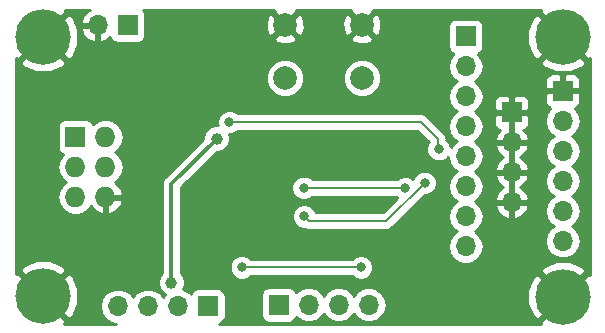
<source format=gbr>
G04 #@! TF.GenerationSoftware,KiCad,Pcbnew,5.0.2-bee76a0~70~ubuntu18.04.1*
G04 #@! TF.CreationDate,2019-01-23T20:48:10+01:00*
G04 #@! TF.ProjectId,Mighty841,4d696768-7479-4383-9431-2e6b69636164,1*
G04 #@! TF.SameCoordinates,Original*
G04 #@! TF.FileFunction,Copper,L2,Bot*
G04 #@! TF.FilePolarity,Positive*
%FSLAX46Y46*%
G04 Gerber Fmt 4.6, Leading zero omitted, Abs format (unit mm)*
G04 Created by KiCad (PCBNEW 5.0.2-bee76a0~70~ubuntu18.04.1) date mer. 23 janv. 2019 20:48:10 CET*
%MOMM*%
%LPD*%
G01*
G04 APERTURE LIST*
G04 #@! TA.AperFunction,ComponentPad*
%ADD10R,1.700000X1.700000*%
G04 #@! TD*
G04 #@! TA.AperFunction,ComponentPad*
%ADD11O,1.700000X1.700000*%
G04 #@! TD*
G04 #@! TA.AperFunction,ComponentPad*
%ADD12C,4.700000*%
G04 #@! TD*
G04 #@! TA.AperFunction,ComponentPad*
%ADD13R,1.727200X1.727200*%
G04 #@! TD*
G04 #@! TA.AperFunction,ComponentPad*
%ADD14O,1.727200X1.727200*%
G04 #@! TD*
G04 #@! TA.AperFunction,ComponentPad*
%ADD15C,2.000000*%
G04 #@! TD*
G04 #@! TA.AperFunction,ViaPad*
%ADD16C,1.000000*%
G04 #@! TD*
G04 #@! TA.AperFunction,ViaPad*
%ADD17C,0.800000*%
G04 #@! TD*
G04 #@! TA.AperFunction,Conductor*
%ADD18C,0.350000*%
G04 #@! TD*
G04 #@! TA.AperFunction,Conductor*
%ADD19C,0.200000*%
G04 #@! TD*
G04 #@! TA.AperFunction,Conductor*
%ADD20C,0.254000*%
G04 #@! TD*
G04 APERTURE END LIST*
D10*
G04 #@! TO.P,+15V Max,1*
G04 #@! TO.N,+BATT*
X130160000Y-62032000D03*
D11*
G04 #@! TO.P,+15V Max,2*
G04 #@! TO.N,GND*
X127620000Y-62032000D03*
G04 #@! TD*
D10*
G04 #@! TO.P,GND,1*
G04 #@! TO.N,GND*
X162672000Y-69398000D03*
D11*
G04 #@! TO.P,GND,2*
X162672000Y-71938000D03*
G04 #@! TO.P,GND,3*
X162672000Y-74478000D03*
G04 #@! TO.P,GND,4*
X162672000Y-77018000D03*
G04 #@! TD*
G04 #@! TO.P,J6,4*
G04 #@! TO.N,+BATT*
X129347200Y-85806400D03*
G04 #@! TO.P,J6,3*
X131887200Y-85806400D03*
G04 #@! TO.P,J6,2*
G04 #@! TO.N,+3V3*
X134427200Y-85806400D03*
D10*
G04 #@! TO.P,J6,1*
X136967200Y-85806400D03*
G04 #@! TD*
G04 #@! TO.P,J5,1*
G04 #@! TO.N,PB0*
X142961600Y-85704800D03*
D11*
G04 #@! TO.P,J5,2*
G04 #@! TO.N,PB1*
X145501600Y-85704800D03*
G04 #@! TO.P,J5,3*
G04 #@! TO.N,PB3*
X148041600Y-85704800D03*
G04 #@! TO.P,J5,4*
G04 #@! TO.N,PB2*
X150581600Y-85704800D03*
G04 #@! TD*
D10*
G04 #@! TO.P,FTDI,1*
G04 #@! TO.N,GND*
X167015400Y-67594600D03*
D11*
G04 #@! TO.P,FTDI,2*
G04 #@! TO.N,Net-(J3-Pad2)*
X167015400Y-70134600D03*
G04 #@! TO.P,FTDI,3*
G04 #@! TO.N,Net-(J3-Pad3)*
X167015400Y-72674600D03*
G04 #@! TO.P,FTDI,4*
G04 #@! TO.N,PA2*
X167015400Y-75214600D03*
G04 #@! TO.P,FTDI,5*
G04 #@! TO.N,PA1*
X167015400Y-77754600D03*
G04 #@! TO.P,FTDI,6*
G04 #@! TO.N,Net-(J3-Pad6)*
X167015400Y-80294600D03*
G04 #@! TD*
D10*
G04 #@! TO.P,GND,1*
G04 #@! TO.N,PA0*
X158785800Y-62971800D03*
D11*
G04 #@! TO.P,GND,2*
G04 #@! TO.N,PA1*
X158785800Y-65511800D03*
G04 #@! TO.P,GND,3*
G04 #@! TO.N,PA2*
X158785800Y-68051800D03*
G04 #@! TO.P,GND,4*
G04 #@! TO.N,PA3*
X158785800Y-70591800D03*
G04 #@! TO.P,GND,5*
G04 #@! TO.N,PA4*
X158785800Y-73131800D03*
G04 #@! TO.P,GND,6*
G04 #@! TO.N,PA5*
X158785800Y-75671800D03*
G04 #@! TO.P,GND,7*
G04 #@! TO.N,PA6*
X158785800Y-78211800D03*
G04 #@! TO.P,GND,8*
G04 #@! TO.N,PA7*
X158785800Y-80751800D03*
G04 #@! TD*
D12*
G04 #@! TO.P,H1,1*
G04 #@! TO.N,GND*
X167000000Y-63000000D03*
G04 #@! TD*
G04 #@! TO.P,H2,1*
G04 #@! TO.N,GND*
X167000000Y-85000000D03*
G04 #@! TD*
G04 #@! TO.P,H3,1*
G04 #@! TO.N,GND*
X123000000Y-63000000D03*
G04 #@! TD*
G04 #@! TO.P,H4,1*
G04 #@! TO.N,GND*
X123000000Y-84932000D03*
G04 #@! TD*
D13*
G04 #@! TO.P,AVR ISP,1*
G04 #@! TO.N,PA5*
X125752600Y-71495400D03*
D14*
G04 #@! TO.P,AVR ISP,2*
G04 #@! TO.N,+3V3*
X128292600Y-71495400D03*
G04 #@! TO.P,AVR ISP,3*
G04 #@! TO.N,PA4*
X125752600Y-74035400D03*
G04 #@! TO.P,AVR ISP,4*
G04 #@! TO.N,PA6*
X128292600Y-74035400D03*
G04 #@! TO.P,AVR ISP,5*
G04 #@! TO.N,PB3*
X125752600Y-76575400D03*
G04 #@! TO.P,AVR ISP,6*
G04 #@! TO.N,GND*
X128292600Y-76575400D03*
G04 #@! TD*
D15*
G04 #@! TO.P,Reset,2*
G04 #@! TO.N,PB3*
X143500000Y-66500000D03*
G04 #@! TO.P,Reset,1*
G04 #@! TO.N,GND*
X143500000Y-62000000D03*
G04 #@! TO.P,Reset,2*
G04 #@! TO.N,PB3*
X150000000Y-66500000D03*
G04 #@! TO.P,Reset,1*
G04 #@! TO.N,GND*
X150000000Y-62000000D03*
G04 #@! TD*
D16*
G04 #@! TO.N,GND*
X137653000Y-79100800D03*
X137627600Y-76586200D03*
D17*
G04 #@! TO.N,PA5*
X138791599Y-70231799D03*
X156499800Y-72522200D03*
G04 #@! TO.N,PA4*
X145097390Y-78213990D03*
X155306000Y-75367000D03*
G04 #@! TO.N,PA6*
X145069800Y-75798800D03*
X153680400Y-75824200D03*
G04 #@! TO.N,PB3*
X139837400Y-82529800D03*
X149921200Y-82529800D03*
D16*
G04 #@! TO.N,+BATT*
X133868400Y-83825200D03*
X137703800Y-71633200D03*
G04 #@! TD*
D18*
G04 #@! TO.N,GND*
X137653000Y-78393694D02*
X137627600Y-78368294D01*
X137653000Y-79100800D02*
X137653000Y-78393694D01*
X137627600Y-78368294D02*
X137627600Y-76586200D01*
D19*
G04 #@! TO.N,PA5*
X138791599Y-70231799D02*
X154996799Y-70231799D01*
X154996799Y-70231799D02*
X156423600Y-71658600D01*
X156423600Y-71658600D02*
X156423600Y-72420600D01*
X156423600Y-72420600D02*
X156423600Y-72446000D01*
X156423600Y-72446000D02*
X156499800Y-72522200D01*
G04 #@! TO.N,PA4*
X145497389Y-78613989D02*
X152059011Y-78613989D01*
X145097390Y-78213990D02*
X145497389Y-78613989D01*
X152059011Y-78613989D02*
X155306000Y-75367000D01*
G04 #@! TO.N,PA6*
X145635485Y-75798800D02*
X145660885Y-75824200D01*
X145069800Y-75798800D02*
X145635485Y-75798800D01*
X145660885Y-75824200D02*
X153680400Y-75824200D01*
G04 #@! TO.N,PB3*
X139837400Y-82529800D02*
X149921200Y-82529800D01*
D18*
G04 #@! TO.N,+BATT*
X133868400Y-83825200D02*
X133868400Y-75468600D01*
X133868400Y-75468600D02*
X137703800Y-71633200D01*
G04 #@! TD*
D20*
G04 #@! TO.N,GND*
G36*
X126853076Y-60760355D02*
X126424817Y-61150642D01*
X126178514Y-61675108D01*
X126299181Y-61905000D01*
X127493000Y-61905000D01*
X127493000Y-61885000D01*
X127747000Y-61885000D01*
X127747000Y-61905000D01*
X127767000Y-61905000D01*
X127767000Y-62159000D01*
X127747000Y-62159000D01*
X127747000Y-63352155D01*
X127976890Y-63473476D01*
X128386924Y-63303645D01*
X128691261Y-63026292D01*
X128711843Y-63129765D01*
X128852191Y-63339809D01*
X129062235Y-63480157D01*
X129310000Y-63529440D01*
X131010000Y-63529440D01*
X131257765Y-63480157D01*
X131467809Y-63339809D01*
X131592944Y-63152532D01*
X142527073Y-63152532D01*
X142625736Y-63419387D01*
X143235461Y-63645908D01*
X143885460Y-63621856D01*
X144374264Y-63419387D01*
X144472927Y-63152532D01*
X149027073Y-63152532D01*
X149125736Y-63419387D01*
X149735461Y-63645908D01*
X150385460Y-63621856D01*
X150874264Y-63419387D01*
X150972927Y-63152532D01*
X150000000Y-62179605D01*
X149027073Y-63152532D01*
X144472927Y-63152532D01*
X143500000Y-62179605D01*
X142527073Y-63152532D01*
X131592944Y-63152532D01*
X131608157Y-63129765D01*
X131657440Y-62882000D01*
X131657440Y-61735461D01*
X141854092Y-61735461D01*
X141878144Y-62385460D01*
X142080613Y-62874264D01*
X142347468Y-62972927D01*
X143320395Y-62000000D01*
X143679605Y-62000000D01*
X144652532Y-62972927D01*
X144919387Y-62874264D01*
X145145908Y-62264539D01*
X145126331Y-61735461D01*
X148354092Y-61735461D01*
X148378144Y-62385460D01*
X148580613Y-62874264D01*
X148847468Y-62972927D01*
X149820395Y-62000000D01*
X150179605Y-62000000D01*
X151152532Y-62972927D01*
X151419387Y-62874264D01*
X151645908Y-62264539D01*
X151621856Y-61614540D01*
X151419387Y-61125736D01*
X151152532Y-61027073D01*
X150179605Y-62000000D01*
X149820395Y-62000000D01*
X148847468Y-61027073D01*
X148580613Y-61125736D01*
X148354092Y-61735461D01*
X145126331Y-61735461D01*
X145121856Y-61614540D01*
X144919387Y-61125736D01*
X144652532Y-61027073D01*
X143679605Y-62000000D01*
X143320395Y-62000000D01*
X142347468Y-61027073D01*
X142080613Y-61125736D01*
X141854092Y-61735461D01*
X131657440Y-61735461D01*
X131657440Y-61182000D01*
X131608157Y-60934235D01*
X131467809Y-60724191D01*
X131446571Y-60710000D01*
X142577898Y-60710000D01*
X142527073Y-60847468D01*
X143500000Y-61820395D01*
X144472927Y-60847468D01*
X144422102Y-60710000D01*
X149077898Y-60710000D01*
X149027073Y-60847468D01*
X150000000Y-61820395D01*
X150972927Y-60847468D01*
X150922102Y-60710000D01*
X165157030Y-60710000D01*
X165051968Y-60872363D01*
X167000000Y-62820395D01*
X167014143Y-62806253D01*
X167193748Y-62985858D01*
X167179605Y-63000000D01*
X169127637Y-64948032D01*
X169290000Y-64842970D01*
X169290001Y-83157031D01*
X169127637Y-83051968D01*
X167179605Y-85000000D01*
X167193748Y-85014143D01*
X167014143Y-85193748D01*
X167000000Y-85179605D01*
X165051968Y-87127637D01*
X165157030Y-87290000D01*
X137886779Y-87290000D01*
X138064965Y-87254557D01*
X138275009Y-87114209D01*
X138415357Y-86904165D01*
X138464640Y-86656400D01*
X138464640Y-84956400D01*
X138444431Y-84854800D01*
X141464160Y-84854800D01*
X141464160Y-86554800D01*
X141513443Y-86802565D01*
X141653791Y-87012609D01*
X141863835Y-87152957D01*
X142111600Y-87202240D01*
X143811600Y-87202240D01*
X144059365Y-87152957D01*
X144269409Y-87012609D01*
X144409757Y-86802565D01*
X144418784Y-86757181D01*
X144430975Y-86775425D01*
X144922182Y-87103639D01*
X145355344Y-87189800D01*
X145647856Y-87189800D01*
X146081018Y-87103639D01*
X146572225Y-86775425D01*
X146771600Y-86477039D01*
X146970975Y-86775425D01*
X147462182Y-87103639D01*
X147895344Y-87189800D01*
X148187856Y-87189800D01*
X148621018Y-87103639D01*
X149112225Y-86775425D01*
X149311600Y-86477039D01*
X149510975Y-86775425D01*
X150002182Y-87103639D01*
X150435344Y-87189800D01*
X150727856Y-87189800D01*
X151161018Y-87103639D01*
X151652225Y-86775425D01*
X151980439Y-86284218D01*
X152095692Y-85704800D01*
X151980439Y-85125382D01*
X151652225Y-84634175D01*
X151322148Y-84413624D01*
X164013542Y-84413624D01*
X164016476Y-85601127D01*
X164465269Y-86684609D01*
X164872363Y-86948032D01*
X166820395Y-85000000D01*
X164872363Y-83051968D01*
X164465269Y-83315391D01*
X164013542Y-84413624D01*
X151322148Y-84413624D01*
X151161018Y-84305961D01*
X150727856Y-84219800D01*
X150435344Y-84219800D01*
X150002182Y-84305961D01*
X149510975Y-84634175D01*
X149311600Y-84932561D01*
X149112225Y-84634175D01*
X148621018Y-84305961D01*
X148187856Y-84219800D01*
X147895344Y-84219800D01*
X147462182Y-84305961D01*
X146970975Y-84634175D01*
X146771600Y-84932561D01*
X146572225Y-84634175D01*
X146081018Y-84305961D01*
X145647856Y-84219800D01*
X145355344Y-84219800D01*
X144922182Y-84305961D01*
X144430975Y-84634175D01*
X144418784Y-84652419D01*
X144409757Y-84607035D01*
X144269409Y-84396991D01*
X144059365Y-84256643D01*
X143811600Y-84207360D01*
X142111600Y-84207360D01*
X141863835Y-84256643D01*
X141653791Y-84396991D01*
X141513443Y-84607035D01*
X141464160Y-84854800D01*
X138444431Y-84854800D01*
X138415357Y-84708635D01*
X138275009Y-84498591D01*
X138064965Y-84358243D01*
X137817200Y-84308960D01*
X136117200Y-84308960D01*
X135869435Y-84358243D01*
X135659391Y-84498591D01*
X135519043Y-84708635D01*
X135510016Y-84754019D01*
X135497825Y-84735775D01*
X135006618Y-84407561D01*
X134867182Y-84379826D01*
X135003400Y-84050966D01*
X135003400Y-83599434D01*
X134830607Y-83182274D01*
X134678400Y-83030067D01*
X134678400Y-82323926D01*
X138802400Y-82323926D01*
X138802400Y-82735674D01*
X138959969Y-83116080D01*
X139251120Y-83407231D01*
X139631526Y-83564800D01*
X140043274Y-83564800D01*
X140423680Y-83407231D01*
X140566111Y-83264800D01*
X149192489Y-83264800D01*
X149334920Y-83407231D01*
X149715326Y-83564800D01*
X150127074Y-83564800D01*
X150507480Y-83407231D01*
X150798631Y-83116080D01*
X150899581Y-82872363D01*
X165051968Y-82872363D01*
X167000000Y-84820395D01*
X168948032Y-82872363D01*
X168684609Y-82465269D01*
X167586376Y-82013542D01*
X166398873Y-82016476D01*
X165315391Y-82465269D01*
X165051968Y-82872363D01*
X150899581Y-82872363D01*
X150956200Y-82735674D01*
X150956200Y-82323926D01*
X150798631Y-81943520D01*
X150507480Y-81652369D01*
X150127074Y-81494800D01*
X149715326Y-81494800D01*
X149334920Y-81652369D01*
X149192489Y-81794800D01*
X140566111Y-81794800D01*
X140423680Y-81652369D01*
X140043274Y-81494800D01*
X139631526Y-81494800D01*
X139251120Y-81652369D01*
X138959969Y-81943520D01*
X138802400Y-82323926D01*
X134678400Y-82323926D01*
X134678400Y-75804112D01*
X134889586Y-75592926D01*
X144034800Y-75592926D01*
X144034800Y-76004674D01*
X144192369Y-76385080D01*
X144483520Y-76676231D01*
X144863926Y-76833800D01*
X145275674Y-76833800D01*
X145656080Y-76676231D01*
X145773111Y-76559200D01*
X152951689Y-76559200D01*
X153013021Y-76620532D01*
X151754565Y-77878989D01*
X146078904Y-77878989D01*
X145974821Y-77627710D01*
X145683670Y-77336559D01*
X145303264Y-77178990D01*
X144891516Y-77178990D01*
X144511110Y-77336559D01*
X144219959Y-77627710D01*
X144062390Y-78008116D01*
X144062390Y-78419864D01*
X144219959Y-78800270D01*
X144511110Y-79091421D01*
X144891516Y-79248990D01*
X145124771Y-79248990D01*
X145210606Y-79306343D01*
X145425001Y-79348989D01*
X145425004Y-79348989D01*
X145497388Y-79363387D01*
X145569772Y-79348989D01*
X151986627Y-79348989D01*
X152059011Y-79363387D01*
X152131395Y-79348989D01*
X152131399Y-79348989D01*
X152345794Y-79306343D01*
X152588916Y-79143894D01*
X152629922Y-79082524D01*
X155310447Y-76402000D01*
X155511874Y-76402000D01*
X155892280Y-76244431D01*
X156183431Y-75953280D01*
X156341000Y-75572874D01*
X156341000Y-75161126D01*
X156183431Y-74780720D01*
X155892280Y-74489569D01*
X155511874Y-74332000D01*
X155100126Y-74332000D01*
X154719720Y-74489569D01*
X154428569Y-74780720D01*
X154332518Y-75012607D01*
X154266680Y-74946769D01*
X153886274Y-74789200D01*
X153474526Y-74789200D01*
X153094120Y-74946769D01*
X152951689Y-75089200D01*
X145835567Y-75089200D01*
X145821017Y-75086306D01*
X145656080Y-74921369D01*
X145275674Y-74763800D01*
X144863926Y-74763800D01*
X144483520Y-74921369D01*
X144192369Y-75212520D01*
X144034800Y-75592926D01*
X134889586Y-75592926D01*
X137714313Y-72768200D01*
X137929566Y-72768200D01*
X138346726Y-72595407D01*
X138666007Y-72276126D01*
X138838800Y-71858966D01*
X138838800Y-71407434D01*
X138780547Y-71266799D01*
X138997473Y-71266799D01*
X139377879Y-71109230D01*
X139520310Y-70966799D01*
X154692353Y-70966799D01*
X155641921Y-71916368D01*
X155622369Y-71935920D01*
X155464800Y-72316326D01*
X155464800Y-72728074D01*
X155622369Y-73108480D01*
X155913520Y-73399631D01*
X156293926Y-73557200D01*
X156705674Y-73557200D01*
X157086080Y-73399631D01*
X157285346Y-73200365D01*
X157386961Y-73711218D01*
X157715175Y-74202425D01*
X158013561Y-74401800D01*
X157715175Y-74601175D01*
X157386961Y-75092382D01*
X157271708Y-75671800D01*
X157386961Y-76251218D01*
X157715175Y-76742425D01*
X158013561Y-76941800D01*
X157715175Y-77141175D01*
X157386961Y-77632382D01*
X157271708Y-78211800D01*
X157386961Y-78791218D01*
X157715175Y-79282425D01*
X158013561Y-79481800D01*
X157715175Y-79681175D01*
X157386961Y-80172382D01*
X157271708Y-80751800D01*
X157386961Y-81331218D01*
X157715175Y-81822425D01*
X158206382Y-82150639D01*
X158639544Y-82236800D01*
X158932056Y-82236800D01*
X159365218Y-82150639D01*
X159856425Y-81822425D01*
X160184639Y-81331218D01*
X160299892Y-80751800D01*
X160184639Y-80172382D01*
X159856425Y-79681175D01*
X159558039Y-79481800D01*
X159856425Y-79282425D01*
X160184639Y-78791218D01*
X160299892Y-78211800D01*
X160184639Y-77632382D01*
X160012589Y-77374890D01*
X161230524Y-77374890D01*
X161400355Y-77784924D01*
X161790642Y-78213183D01*
X162315108Y-78459486D01*
X162545000Y-78338819D01*
X162545000Y-77145000D01*
X162799000Y-77145000D01*
X162799000Y-78338819D01*
X163028892Y-78459486D01*
X163553358Y-78213183D01*
X163943645Y-77784924D01*
X164113476Y-77374890D01*
X163992155Y-77145000D01*
X162799000Y-77145000D01*
X162545000Y-77145000D01*
X161351845Y-77145000D01*
X161230524Y-77374890D01*
X160012589Y-77374890D01*
X159856425Y-77141175D01*
X159558039Y-76941800D01*
X159856425Y-76742425D01*
X160184639Y-76251218D01*
X160299892Y-75671800D01*
X160184639Y-75092382D01*
X160012589Y-74834890D01*
X161230524Y-74834890D01*
X161400355Y-75244924D01*
X161790642Y-75673183D01*
X161949954Y-75748000D01*
X161790642Y-75822817D01*
X161400355Y-76251076D01*
X161230524Y-76661110D01*
X161351845Y-76891000D01*
X162545000Y-76891000D01*
X162545000Y-74605000D01*
X162799000Y-74605000D01*
X162799000Y-76891000D01*
X163992155Y-76891000D01*
X164113476Y-76661110D01*
X163943645Y-76251076D01*
X163553358Y-75822817D01*
X163394046Y-75748000D01*
X163553358Y-75673183D01*
X163943645Y-75244924D01*
X164113476Y-74834890D01*
X163992155Y-74605000D01*
X162799000Y-74605000D01*
X162545000Y-74605000D01*
X161351845Y-74605000D01*
X161230524Y-74834890D01*
X160012589Y-74834890D01*
X159856425Y-74601175D01*
X159558039Y-74401800D01*
X159856425Y-74202425D01*
X160184639Y-73711218D01*
X160299892Y-73131800D01*
X160184639Y-72552382D01*
X160012589Y-72294890D01*
X161230524Y-72294890D01*
X161400355Y-72704924D01*
X161790642Y-73133183D01*
X161949954Y-73208000D01*
X161790642Y-73282817D01*
X161400355Y-73711076D01*
X161230524Y-74121110D01*
X161351845Y-74351000D01*
X162545000Y-74351000D01*
X162545000Y-72065000D01*
X162799000Y-72065000D01*
X162799000Y-74351000D01*
X163992155Y-74351000D01*
X164113476Y-74121110D01*
X163943645Y-73711076D01*
X163553358Y-73282817D01*
X163394046Y-73208000D01*
X163553358Y-73133183D01*
X163943645Y-72704924D01*
X164113476Y-72294890D01*
X163992155Y-72065000D01*
X162799000Y-72065000D01*
X162545000Y-72065000D01*
X161351845Y-72065000D01*
X161230524Y-72294890D01*
X160012589Y-72294890D01*
X159856425Y-72061175D01*
X159558039Y-71861800D01*
X159856425Y-71662425D01*
X160184639Y-71171218D01*
X160299892Y-70591800D01*
X160184639Y-70012382D01*
X159965055Y-69683750D01*
X161187000Y-69683750D01*
X161187000Y-70374310D01*
X161283673Y-70607699D01*
X161462302Y-70786327D01*
X161671878Y-70873136D01*
X161400355Y-71171076D01*
X161230524Y-71581110D01*
X161351845Y-71811000D01*
X162545000Y-71811000D01*
X162545000Y-69525000D01*
X162799000Y-69525000D01*
X162799000Y-71811000D01*
X163992155Y-71811000D01*
X164113476Y-71581110D01*
X163943645Y-71171076D01*
X163672122Y-70873136D01*
X163881698Y-70786327D01*
X164060327Y-70607699D01*
X164157000Y-70374310D01*
X164157000Y-70134600D01*
X165501308Y-70134600D01*
X165616561Y-70714018D01*
X165944775Y-71205225D01*
X166243161Y-71404600D01*
X165944775Y-71603975D01*
X165616561Y-72095182D01*
X165501308Y-72674600D01*
X165616561Y-73254018D01*
X165944775Y-73745225D01*
X166243161Y-73944600D01*
X165944775Y-74143975D01*
X165616561Y-74635182D01*
X165501308Y-75214600D01*
X165616561Y-75794018D01*
X165944775Y-76285225D01*
X166243161Y-76484600D01*
X165944775Y-76683975D01*
X165616561Y-77175182D01*
X165501308Y-77754600D01*
X165616561Y-78334018D01*
X165944775Y-78825225D01*
X166243161Y-79024600D01*
X165944775Y-79223975D01*
X165616561Y-79715182D01*
X165501308Y-80294600D01*
X165616561Y-80874018D01*
X165944775Y-81365225D01*
X166435982Y-81693439D01*
X166869144Y-81779600D01*
X167161656Y-81779600D01*
X167594818Y-81693439D01*
X168086025Y-81365225D01*
X168414239Y-80874018D01*
X168529492Y-80294600D01*
X168414239Y-79715182D01*
X168086025Y-79223975D01*
X167787639Y-79024600D01*
X168086025Y-78825225D01*
X168414239Y-78334018D01*
X168529492Y-77754600D01*
X168414239Y-77175182D01*
X168086025Y-76683975D01*
X167787639Y-76484600D01*
X168086025Y-76285225D01*
X168414239Y-75794018D01*
X168529492Y-75214600D01*
X168414239Y-74635182D01*
X168086025Y-74143975D01*
X167787639Y-73944600D01*
X168086025Y-73745225D01*
X168414239Y-73254018D01*
X168529492Y-72674600D01*
X168414239Y-72095182D01*
X168086025Y-71603975D01*
X167787639Y-71404600D01*
X168086025Y-71205225D01*
X168414239Y-70714018D01*
X168529492Y-70134600D01*
X168414239Y-69555182D01*
X168086025Y-69063975D01*
X168064367Y-69049504D01*
X168225098Y-68982927D01*
X168403727Y-68804299D01*
X168500400Y-68570910D01*
X168500400Y-67880350D01*
X168341650Y-67721600D01*
X167142400Y-67721600D01*
X167142400Y-67741600D01*
X166888400Y-67741600D01*
X166888400Y-67721600D01*
X165689150Y-67721600D01*
X165530400Y-67880350D01*
X165530400Y-68570910D01*
X165627073Y-68804299D01*
X165805702Y-68982927D01*
X165966433Y-69049504D01*
X165944775Y-69063975D01*
X165616561Y-69555182D01*
X165501308Y-70134600D01*
X164157000Y-70134600D01*
X164157000Y-69683750D01*
X163998250Y-69525000D01*
X162799000Y-69525000D01*
X162545000Y-69525000D01*
X161345750Y-69525000D01*
X161187000Y-69683750D01*
X159965055Y-69683750D01*
X159856425Y-69521175D01*
X159558039Y-69321800D01*
X159856425Y-69122425D01*
X160184639Y-68631218D01*
X160226316Y-68421690D01*
X161187000Y-68421690D01*
X161187000Y-69112250D01*
X161345750Y-69271000D01*
X162545000Y-69271000D01*
X162545000Y-68071750D01*
X162799000Y-68071750D01*
X162799000Y-69271000D01*
X163998250Y-69271000D01*
X164157000Y-69112250D01*
X164157000Y-68421690D01*
X164060327Y-68188301D01*
X163881698Y-68009673D01*
X163648309Y-67913000D01*
X162957750Y-67913000D01*
X162799000Y-68071750D01*
X162545000Y-68071750D01*
X162386250Y-67913000D01*
X161695691Y-67913000D01*
X161462302Y-68009673D01*
X161283673Y-68188301D01*
X161187000Y-68421690D01*
X160226316Y-68421690D01*
X160299892Y-68051800D01*
X160184639Y-67472382D01*
X159856425Y-66981175D01*
X159558039Y-66781800D01*
X159802749Y-66618290D01*
X165530400Y-66618290D01*
X165530400Y-67308850D01*
X165689150Y-67467600D01*
X166888400Y-67467600D01*
X166888400Y-66268350D01*
X167142400Y-66268350D01*
X167142400Y-67467600D01*
X168341650Y-67467600D01*
X168500400Y-67308850D01*
X168500400Y-66618290D01*
X168403727Y-66384901D01*
X168225098Y-66206273D01*
X167991709Y-66109600D01*
X167301150Y-66109600D01*
X167142400Y-66268350D01*
X166888400Y-66268350D01*
X166729650Y-66109600D01*
X166039091Y-66109600D01*
X165805702Y-66206273D01*
X165627073Y-66384901D01*
X165530400Y-66618290D01*
X159802749Y-66618290D01*
X159856425Y-66582425D01*
X160184639Y-66091218D01*
X160299892Y-65511800D01*
X160223478Y-65127637D01*
X165051968Y-65127637D01*
X165315391Y-65534731D01*
X166413624Y-65986458D01*
X167601127Y-65983524D01*
X168684609Y-65534731D01*
X168948032Y-65127637D01*
X167000000Y-63179605D01*
X165051968Y-65127637D01*
X160223478Y-65127637D01*
X160184639Y-64932382D01*
X159856425Y-64441175D01*
X159838181Y-64428984D01*
X159883565Y-64419957D01*
X160093609Y-64279609D01*
X160233957Y-64069565D01*
X160283240Y-63821800D01*
X160283240Y-62413624D01*
X164013542Y-62413624D01*
X164016476Y-63601127D01*
X164465269Y-64684609D01*
X164872363Y-64948032D01*
X166820395Y-63000000D01*
X164872363Y-61051968D01*
X164465269Y-61315391D01*
X164013542Y-62413624D01*
X160283240Y-62413624D01*
X160283240Y-62121800D01*
X160233957Y-61874035D01*
X160093609Y-61663991D01*
X159883565Y-61523643D01*
X159635800Y-61474360D01*
X157935800Y-61474360D01*
X157688035Y-61523643D01*
X157477991Y-61663991D01*
X157337643Y-61874035D01*
X157288360Y-62121800D01*
X157288360Y-63821800D01*
X157337643Y-64069565D01*
X157477991Y-64279609D01*
X157688035Y-64419957D01*
X157733419Y-64428984D01*
X157715175Y-64441175D01*
X157386961Y-64932382D01*
X157271708Y-65511800D01*
X157386961Y-66091218D01*
X157715175Y-66582425D01*
X158013561Y-66781800D01*
X157715175Y-66981175D01*
X157386961Y-67472382D01*
X157271708Y-68051800D01*
X157386961Y-68631218D01*
X157715175Y-69122425D01*
X158013561Y-69321800D01*
X157715175Y-69521175D01*
X157386961Y-70012382D01*
X157271708Y-70591800D01*
X157386961Y-71171218D01*
X157715175Y-71662425D01*
X158013561Y-71861800D01*
X157715175Y-72061175D01*
X157534800Y-72331125D01*
X157534800Y-72316326D01*
X157377231Y-71935920D01*
X157160872Y-71719561D01*
X157172998Y-71658599D01*
X157158600Y-71586213D01*
X157158600Y-71586212D01*
X157115954Y-71371817D01*
X156953505Y-71128695D01*
X156892138Y-71087691D01*
X155567710Y-69763264D01*
X155526704Y-69701894D01*
X155283582Y-69539445D01*
X155069187Y-69496799D01*
X155069183Y-69496799D01*
X154996799Y-69482401D01*
X154924415Y-69496799D01*
X139520310Y-69496799D01*
X139377879Y-69354368D01*
X138997473Y-69196799D01*
X138585725Y-69196799D01*
X138205319Y-69354368D01*
X137914168Y-69645519D01*
X137756599Y-70025925D01*
X137756599Y-70437673D01*
X137781670Y-70498200D01*
X137478034Y-70498200D01*
X137060874Y-70670993D01*
X136741593Y-70990274D01*
X136568800Y-71407434D01*
X136568800Y-71622687D01*
X133352054Y-74839434D01*
X133284424Y-74884623D01*
X133239235Y-74952253D01*
X133105398Y-75152554D01*
X133042532Y-75468600D01*
X133058401Y-75548378D01*
X133058400Y-83030067D01*
X132906193Y-83182274D01*
X132733400Y-83599434D01*
X132733400Y-84050966D01*
X132906193Y-84468126D01*
X133225474Y-84787407D01*
X133301135Y-84818747D01*
X133157200Y-85034161D01*
X132957825Y-84735775D01*
X132466618Y-84407561D01*
X132033456Y-84321400D01*
X131740944Y-84321400D01*
X131307782Y-84407561D01*
X130816575Y-84735775D01*
X130617200Y-85034161D01*
X130417825Y-84735775D01*
X129926618Y-84407561D01*
X129493456Y-84321400D01*
X129200944Y-84321400D01*
X128767782Y-84407561D01*
X128276575Y-84735775D01*
X127948361Y-85226982D01*
X127833108Y-85806400D01*
X127948361Y-86385818D01*
X128276575Y-86877025D01*
X128767782Y-87205239D01*
X129193906Y-87290000D01*
X124798968Y-87290000D01*
X124948032Y-87059637D01*
X123000000Y-85111605D01*
X122985858Y-85125748D01*
X122806253Y-84946143D01*
X122820395Y-84932000D01*
X123179605Y-84932000D01*
X125127637Y-86880032D01*
X125534731Y-86616609D01*
X125986458Y-85518376D01*
X125983524Y-84330873D01*
X125534731Y-83247391D01*
X125127637Y-82983968D01*
X123179605Y-84932000D01*
X122820395Y-84932000D01*
X120872363Y-82983968D01*
X120710000Y-83089030D01*
X120710000Y-82804363D01*
X121051968Y-82804363D01*
X123000000Y-84752395D01*
X124948032Y-82804363D01*
X124684609Y-82397269D01*
X123586376Y-81945542D01*
X122398873Y-81948476D01*
X121315391Y-82397269D01*
X121051968Y-82804363D01*
X120710000Y-82804363D01*
X120710000Y-74035400D01*
X124224641Y-74035400D01*
X124340950Y-74620125D01*
X124672170Y-75115830D01*
X124955881Y-75305400D01*
X124672170Y-75494970D01*
X124340950Y-75990675D01*
X124224641Y-76575400D01*
X124340950Y-77160125D01*
X124672170Y-77655830D01*
X125167875Y-77987050D01*
X125605002Y-78074000D01*
X125900198Y-78074000D01*
X126337325Y-77987050D01*
X126833030Y-77655830D01*
X127025637Y-77367574D01*
X127404110Y-77782221D01*
X127933573Y-78030368D01*
X128165600Y-77909869D01*
X128165600Y-76702400D01*
X128419600Y-76702400D01*
X128419600Y-77909869D01*
X128651627Y-78030368D01*
X129181090Y-77782221D01*
X129575288Y-77350347D01*
X129747558Y-76934426D01*
X129626417Y-76702400D01*
X128419600Y-76702400D01*
X128165600Y-76702400D01*
X128145600Y-76702400D01*
X128145600Y-76448400D01*
X128165600Y-76448400D01*
X128165600Y-76428400D01*
X128419600Y-76428400D01*
X128419600Y-76448400D01*
X129626417Y-76448400D01*
X129747558Y-76216374D01*
X129575288Y-75800453D01*
X129181090Y-75368579D01*
X129071579Y-75317254D01*
X129373030Y-75115830D01*
X129704250Y-74620125D01*
X129820559Y-74035400D01*
X129704250Y-73450675D01*
X129373030Y-72954970D01*
X129089319Y-72765400D01*
X129373030Y-72575830D01*
X129704250Y-72080125D01*
X129820559Y-71495400D01*
X129704250Y-70910675D01*
X129373030Y-70414970D01*
X128877325Y-70083750D01*
X128440198Y-69996800D01*
X128145002Y-69996800D01*
X127707875Y-70083750D01*
X127219532Y-70410051D01*
X127214357Y-70384035D01*
X127074009Y-70173991D01*
X126863965Y-70033643D01*
X126616200Y-69984360D01*
X124889000Y-69984360D01*
X124641235Y-70033643D01*
X124431191Y-70173991D01*
X124290843Y-70384035D01*
X124241560Y-70631800D01*
X124241560Y-72359000D01*
X124290843Y-72606765D01*
X124431191Y-72816809D01*
X124641235Y-72957157D01*
X124667251Y-72962332D01*
X124340950Y-73450675D01*
X124224641Y-74035400D01*
X120710000Y-74035400D01*
X120710000Y-66174778D01*
X141865000Y-66174778D01*
X141865000Y-66825222D01*
X142113914Y-67426153D01*
X142573847Y-67886086D01*
X143174778Y-68135000D01*
X143825222Y-68135000D01*
X144426153Y-67886086D01*
X144886086Y-67426153D01*
X145135000Y-66825222D01*
X145135000Y-66174778D01*
X148365000Y-66174778D01*
X148365000Y-66825222D01*
X148613914Y-67426153D01*
X149073847Y-67886086D01*
X149674778Y-68135000D01*
X150325222Y-68135000D01*
X150926153Y-67886086D01*
X151386086Y-67426153D01*
X151635000Y-66825222D01*
X151635000Y-66174778D01*
X151386086Y-65573847D01*
X150926153Y-65113914D01*
X150325222Y-64865000D01*
X149674778Y-64865000D01*
X149073847Y-65113914D01*
X148613914Y-65573847D01*
X148365000Y-66174778D01*
X145135000Y-66174778D01*
X144886086Y-65573847D01*
X144426153Y-65113914D01*
X143825222Y-64865000D01*
X143174778Y-64865000D01*
X142573847Y-65113914D01*
X142113914Y-65573847D01*
X141865000Y-66174778D01*
X120710000Y-66174778D01*
X120710000Y-65127637D01*
X121051968Y-65127637D01*
X121315391Y-65534731D01*
X122413624Y-65986458D01*
X123601127Y-65983524D01*
X124684609Y-65534731D01*
X124948032Y-65127637D01*
X123000000Y-63179605D01*
X121051968Y-65127637D01*
X120710000Y-65127637D01*
X120710000Y-64842970D01*
X120872363Y-64948032D01*
X122820395Y-63000000D01*
X123179605Y-63000000D01*
X125127637Y-64948032D01*
X125534731Y-64684609D01*
X125986458Y-63586376D01*
X125983524Y-62398873D01*
X125979390Y-62388892D01*
X126178514Y-62388892D01*
X126424817Y-62913358D01*
X126853076Y-63303645D01*
X127263110Y-63473476D01*
X127493000Y-63352155D01*
X127493000Y-62159000D01*
X126299181Y-62159000D01*
X126178514Y-62388892D01*
X125979390Y-62388892D01*
X125534731Y-61315391D01*
X125127637Y-61051968D01*
X123179605Y-63000000D01*
X122820395Y-63000000D01*
X122806253Y-62985858D01*
X122985858Y-62806253D01*
X123000000Y-62820395D01*
X124948032Y-60872363D01*
X124842970Y-60710000D01*
X126974651Y-60710000D01*
X126853076Y-60760355D01*
X126853076Y-60760355D01*
G37*
X126853076Y-60760355D02*
X126424817Y-61150642D01*
X126178514Y-61675108D01*
X126299181Y-61905000D01*
X127493000Y-61905000D01*
X127493000Y-61885000D01*
X127747000Y-61885000D01*
X127747000Y-61905000D01*
X127767000Y-61905000D01*
X127767000Y-62159000D01*
X127747000Y-62159000D01*
X127747000Y-63352155D01*
X127976890Y-63473476D01*
X128386924Y-63303645D01*
X128691261Y-63026292D01*
X128711843Y-63129765D01*
X128852191Y-63339809D01*
X129062235Y-63480157D01*
X129310000Y-63529440D01*
X131010000Y-63529440D01*
X131257765Y-63480157D01*
X131467809Y-63339809D01*
X131592944Y-63152532D01*
X142527073Y-63152532D01*
X142625736Y-63419387D01*
X143235461Y-63645908D01*
X143885460Y-63621856D01*
X144374264Y-63419387D01*
X144472927Y-63152532D01*
X149027073Y-63152532D01*
X149125736Y-63419387D01*
X149735461Y-63645908D01*
X150385460Y-63621856D01*
X150874264Y-63419387D01*
X150972927Y-63152532D01*
X150000000Y-62179605D01*
X149027073Y-63152532D01*
X144472927Y-63152532D01*
X143500000Y-62179605D01*
X142527073Y-63152532D01*
X131592944Y-63152532D01*
X131608157Y-63129765D01*
X131657440Y-62882000D01*
X131657440Y-61735461D01*
X141854092Y-61735461D01*
X141878144Y-62385460D01*
X142080613Y-62874264D01*
X142347468Y-62972927D01*
X143320395Y-62000000D01*
X143679605Y-62000000D01*
X144652532Y-62972927D01*
X144919387Y-62874264D01*
X145145908Y-62264539D01*
X145126331Y-61735461D01*
X148354092Y-61735461D01*
X148378144Y-62385460D01*
X148580613Y-62874264D01*
X148847468Y-62972927D01*
X149820395Y-62000000D01*
X150179605Y-62000000D01*
X151152532Y-62972927D01*
X151419387Y-62874264D01*
X151645908Y-62264539D01*
X151621856Y-61614540D01*
X151419387Y-61125736D01*
X151152532Y-61027073D01*
X150179605Y-62000000D01*
X149820395Y-62000000D01*
X148847468Y-61027073D01*
X148580613Y-61125736D01*
X148354092Y-61735461D01*
X145126331Y-61735461D01*
X145121856Y-61614540D01*
X144919387Y-61125736D01*
X144652532Y-61027073D01*
X143679605Y-62000000D01*
X143320395Y-62000000D01*
X142347468Y-61027073D01*
X142080613Y-61125736D01*
X141854092Y-61735461D01*
X131657440Y-61735461D01*
X131657440Y-61182000D01*
X131608157Y-60934235D01*
X131467809Y-60724191D01*
X131446571Y-60710000D01*
X142577898Y-60710000D01*
X142527073Y-60847468D01*
X143500000Y-61820395D01*
X144472927Y-60847468D01*
X144422102Y-60710000D01*
X149077898Y-60710000D01*
X149027073Y-60847468D01*
X150000000Y-61820395D01*
X150972927Y-60847468D01*
X150922102Y-60710000D01*
X165157030Y-60710000D01*
X165051968Y-60872363D01*
X167000000Y-62820395D01*
X167014143Y-62806253D01*
X167193748Y-62985858D01*
X167179605Y-63000000D01*
X169127637Y-64948032D01*
X169290000Y-64842970D01*
X169290001Y-83157031D01*
X169127637Y-83051968D01*
X167179605Y-85000000D01*
X167193748Y-85014143D01*
X167014143Y-85193748D01*
X167000000Y-85179605D01*
X165051968Y-87127637D01*
X165157030Y-87290000D01*
X137886779Y-87290000D01*
X138064965Y-87254557D01*
X138275009Y-87114209D01*
X138415357Y-86904165D01*
X138464640Y-86656400D01*
X138464640Y-84956400D01*
X138444431Y-84854800D01*
X141464160Y-84854800D01*
X141464160Y-86554800D01*
X141513443Y-86802565D01*
X141653791Y-87012609D01*
X141863835Y-87152957D01*
X142111600Y-87202240D01*
X143811600Y-87202240D01*
X144059365Y-87152957D01*
X144269409Y-87012609D01*
X144409757Y-86802565D01*
X144418784Y-86757181D01*
X144430975Y-86775425D01*
X144922182Y-87103639D01*
X145355344Y-87189800D01*
X145647856Y-87189800D01*
X146081018Y-87103639D01*
X146572225Y-86775425D01*
X146771600Y-86477039D01*
X146970975Y-86775425D01*
X147462182Y-87103639D01*
X147895344Y-87189800D01*
X148187856Y-87189800D01*
X148621018Y-87103639D01*
X149112225Y-86775425D01*
X149311600Y-86477039D01*
X149510975Y-86775425D01*
X150002182Y-87103639D01*
X150435344Y-87189800D01*
X150727856Y-87189800D01*
X151161018Y-87103639D01*
X151652225Y-86775425D01*
X151980439Y-86284218D01*
X152095692Y-85704800D01*
X151980439Y-85125382D01*
X151652225Y-84634175D01*
X151322148Y-84413624D01*
X164013542Y-84413624D01*
X164016476Y-85601127D01*
X164465269Y-86684609D01*
X164872363Y-86948032D01*
X166820395Y-85000000D01*
X164872363Y-83051968D01*
X164465269Y-83315391D01*
X164013542Y-84413624D01*
X151322148Y-84413624D01*
X151161018Y-84305961D01*
X150727856Y-84219800D01*
X150435344Y-84219800D01*
X150002182Y-84305961D01*
X149510975Y-84634175D01*
X149311600Y-84932561D01*
X149112225Y-84634175D01*
X148621018Y-84305961D01*
X148187856Y-84219800D01*
X147895344Y-84219800D01*
X147462182Y-84305961D01*
X146970975Y-84634175D01*
X146771600Y-84932561D01*
X146572225Y-84634175D01*
X146081018Y-84305961D01*
X145647856Y-84219800D01*
X145355344Y-84219800D01*
X144922182Y-84305961D01*
X144430975Y-84634175D01*
X144418784Y-84652419D01*
X144409757Y-84607035D01*
X144269409Y-84396991D01*
X144059365Y-84256643D01*
X143811600Y-84207360D01*
X142111600Y-84207360D01*
X141863835Y-84256643D01*
X141653791Y-84396991D01*
X141513443Y-84607035D01*
X141464160Y-84854800D01*
X138444431Y-84854800D01*
X138415357Y-84708635D01*
X138275009Y-84498591D01*
X138064965Y-84358243D01*
X137817200Y-84308960D01*
X136117200Y-84308960D01*
X135869435Y-84358243D01*
X135659391Y-84498591D01*
X135519043Y-84708635D01*
X135510016Y-84754019D01*
X135497825Y-84735775D01*
X135006618Y-84407561D01*
X134867182Y-84379826D01*
X135003400Y-84050966D01*
X135003400Y-83599434D01*
X134830607Y-83182274D01*
X134678400Y-83030067D01*
X134678400Y-82323926D01*
X138802400Y-82323926D01*
X138802400Y-82735674D01*
X138959969Y-83116080D01*
X139251120Y-83407231D01*
X139631526Y-83564800D01*
X140043274Y-83564800D01*
X140423680Y-83407231D01*
X140566111Y-83264800D01*
X149192489Y-83264800D01*
X149334920Y-83407231D01*
X149715326Y-83564800D01*
X150127074Y-83564800D01*
X150507480Y-83407231D01*
X150798631Y-83116080D01*
X150899581Y-82872363D01*
X165051968Y-82872363D01*
X167000000Y-84820395D01*
X168948032Y-82872363D01*
X168684609Y-82465269D01*
X167586376Y-82013542D01*
X166398873Y-82016476D01*
X165315391Y-82465269D01*
X165051968Y-82872363D01*
X150899581Y-82872363D01*
X150956200Y-82735674D01*
X150956200Y-82323926D01*
X150798631Y-81943520D01*
X150507480Y-81652369D01*
X150127074Y-81494800D01*
X149715326Y-81494800D01*
X149334920Y-81652369D01*
X149192489Y-81794800D01*
X140566111Y-81794800D01*
X140423680Y-81652369D01*
X140043274Y-81494800D01*
X139631526Y-81494800D01*
X139251120Y-81652369D01*
X138959969Y-81943520D01*
X138802400Y-82323926D01*
X134678400Y-82323926D01*
X134678400Y-75804112D01*
X134889586Y-75592926D01*
X144034800Y-75592926D01*
X144034800Y-76004674D01*
X144192369Y-76385080D01*
X144483520Y-76676231D01*
X144863926Y-76833800D01*
X145275674Y-76833800D01*
X145656080Y-76676231D01*
X145773111Y-76559200D01*
X152951689Y-76559200D01*
X153013021Y-76620532D01*
X151754565Y-77878989D01*
X146078904Y-77878989D01*
X145974821Y-77627710D01*
X145683670Y-77336559D01*
X145303264Y-77178990D01*
X144891516Y-77178990D01*
X144511110Y-77336559D01*
X144219959Y-77627710D01*
X144062390Y-78008116D01*
X144062390Y-78419864D01*
X144219959Y-78800270D01*
X144511110Y-79091421D01*
X144891516Y-79248990D01*
X145124771Y-79248990D01*
X145210606Y-79306343D01*
X145425001Y-79348989D01*
X145425004Y-79348989D01*
X145497388Y-79363387D01*
X145569772Y-79348989D01*
X151986627Y-79348989D01*
X152059011Y-79363387D01*
X152131395Y-79348989D01*
X152131399Y-79348989D01*
X152345794Y-79306343D01*
X152588916Y-79143894D01*
X152629922Y-79082524D01*
X155310447Y-76402000D01*
X155511874Y-76402000D01*
X155892280Y-76244431D01*
X156183431Y-75953280D01*
X156341000Y-75572874D01*
X156341000Y-75161126D01*
X156183431Y-74780720D01*
X155892280Y-74489569D01*
X155511874Y-74332000D01*
X155100126Y-74332000D01*
X154719720Y-74489569D01*
X154428569Y-74780720D01*
X154332518Y-75012607D01*
X154266680Y-74946769D01*
X153886274Y-74789200D01*
X153474526Y-74789200D01*
X153094120Y-74946769D01*
X152951689Y-75089200D01*
X145835567Y-75089200D01*
X145821017Y-75086306D01*
X145656080Y-74921369D01*
X145275674Y-74763800D01*
X144863926Y-74763800D01*
X144483520Y-74921369D01*
X144192369Y-75212520D01*
X144034800Y-75592926D01*
X134889586Y-75592926D01*
X137714313Y-72768200D01*
X137929566Y-72768200D01*
X138346726Y-72595407D01*
X138666007Y-72276126D01*
X138838800Y-71858966D01*
X138838800Y-71407434D01*
X138780547Y-71266799D01*
X138997473Y-71266799D01*
X139377879Y-71109230D01*
X139520310Y-70966799D01*
X154692353Y-70966799D01*
X155641921Y-71916368D01*
X155622369Y-71935920D01*
X155464800Y-72316326D01*
X155464800Y-72728074D01*
X155622369Y-73108480D01*
X155913520Y-73399631D01*
X156293926Y-73557200D01*
X156705674Y-73557200D01*
X157086080Y-73399631D01*
X157285346Y-73200365D01*
X157386961Y-73711218D01*
X157715175Y-74202425D01*
X158013561Y-74401800D01*
X157715175Y-74601175D01*
X157386961Y-75092382D01*
X157271708Y-75671800D01*
X157386961Y-76251218D01*
X157715175Y-76742425D01*
X158013561Y-76941800D01*
X157715175Y-77141175D01*
X157386961Y-77632382D01*
X157271708Y-78211800D01*
X157386961Y-78791218D01*
X157715175Y-79282425D01*
X158013561Y-79481800D01*
X157715175Y-79681175D01*
X157386961Y-80172382D01*
X157271708Y-80751800D01*
X157386961Y-81331218D01*
X157715175Y-81822425D01*
X158206382Y-82150639D01*
X158639544Y-82236800D01*
X158932056Y-82236800D01*
X159365218Y-82150639D01*
X159856425Y-81822425D01*
X160184639Y-81331218D01*
X160299892Y-80751800D01*
X160184639Y-80172382D01*
X159856425Y-79681175D01*
X159558039Y-79481800D01*
X159856425Y-79282425D01*
X160184639Y-78791218D01*
X160299892Y-78211800D01*
X160184639Y-77632382D01*
X160012589Y-77374890D01*
X161230524Y-77374890D01*
X161400355Y-77784924D01*
X161790642Y-78213183D01*
X162315108Y-78459486D01*
X162545000Y-78338819D01*
X162545000Y-77145000D01*
X162799000Y-77145000D01*
X162799000Y-78338819D01*
X163028892Y-78459486D01*
X163553358Y-78213183D01*
X163943645Y-77784924D01*
X164113476Y-77374890D01*
X163992155Y-77145000D01*
X162799000Y-77145000D01*
X162545000Y-77145000D01*
X161351845Y-77145000D01*
X161230524Y-77374890D01*
X160012589Y-77374890D01*
X159856425Y-77141175D01*
X159558039Y-76941800D01*
X159856425Y-76742425D01*
X160184639Y-76251218D01*
X160299892Y-75671800D01*
X160184639Y-75092382D01*
X160012589Y-74834890D01*
X161230524Y-74834890D01*
X161400355Y-75244924D01*
X161790642Y-75673183D01*
X161949954Y-75748000D01*
X161790642Y-75822817D01*
X161400355Y-76251076D01*
X161230524Y-76661110D01*
X161351845Y-76891000D01*
X162545000Y-76891000D01*
X162545000Y-74605000D01*
X162799000Y-74605000D01*
X162799000Y-76891000D01*
X163992155Y-76891000D01*
X164113476Y-76661110D01*
X163943645Y-76251076D01*
X163553358Y-75822817D01*
X163394046Y-75748000D01*
X163553358Y-75673183D01*
X163943645Y-75244924D01*
X164113476Y-74834890D01*
X163992155Y-74605000D01*
X162799000Y-74605000D01*
X162545000Y-74605000D01*
X161351845Y-74605000D01*
X161230524Y-74834890D01*
X160012589Y-74834890D01*
X159856425Y-74601175D01*
X159558039Y-74401800D01*
X159856425Y-74202425D01*
X160184639Y-73711218D01*
X160299892Y-73131800D01*
X160184639Y-72552382D01*
X160012589Y-72294890D01*
X161230524Y-72294890D01*
X161400355Y-72704924D01*
X161790642Y-73133183D01*
X161949954Y-73208000D01*
X161790642Y-73282817D01*
X161400355Y-73711076D01*
X161230524Y-74121110D01*
X161351845Y-74351000D01*
X162545000Y-74351000D01*
X162545000Y-72065000D01*
X162799000Y-72065000D01*
X162799000Y-74351000D01*
X163992155Y-74351000D01*
X164113476Y-74121110D01*
X163943645Y-73711076D01*
X163553358Y-73282817D01*
X163394046Y-73208000D01*
X163553358Y-73133183D01*
X163943645Y-72704924D01*
X164113476Y-72294890D01*
X163992155Y-72065000D01*
X162799000Y-72065000D01*
X162545000Y-72065000D01*
X161351845Y-72065000D01*
X161230524Y-72294890D01*
X160012589Y-72294890D01*
X159856425Y-72061175D01*
X159558039Y-71861800D01*
X159856425Y-71662425D01*
X160184639Y-71171218D01*
X160299892Y-70591800D01*
X160184639Y-70012382D01*
X159965055Y-69683750D01*
X161187000Y-69683750D01*
X161187000Y-70374310D01*
X161283673Y-70607699D01*
X161462302Y-70786327D01*
X161671878Y-70873136D01*
X161400355Y-71171076D01*
X161230524Y-71581110D01*
X161351845Y-71811000D01*
X162545000Y-71811000D01*
X162545000Y-69525000D01*
X162799000Y-69525000D01*
X162799000Y-71811000D01*
X163992155Y-71811000D01*
X164113476Y-71581110D01*
X163943645Y-71171076D01*
X163672122Y-70873136D01*
X163881698Y-70786327D01*
X164060327Y-70607699D01*
X164157000Y-70374310D01*
X164157000Y-70134600D01*
X165501308Y-70134600D01*
X165616561Y-70714018D01*
X165944775Y-71205225D01*
X166243161Y-71404600D01*
X165944775Y-71603975D01*
X165616561Y-72095182D01*
X165501308Y-72674600D01*
X165616561Y-73254018D01*
X165944775Y-73745225D01*
X166243161Y-73944600D01*
X165944775Y-74143975D01*
X165616561Y-74635182D01*
X165501308Y-75214600D01*
X165616561Y-75794018D01*
X165944775Y-76285225D01*
X166243161Y-76484600D01*
X165944775Y-76683975D01*
X165616561Y-77175182D01*
X165501308Y-77754600D01*
X165616561Y-78334018D01*
X165944775Y-78825225D01*
X166243161Y-79024600D01*
X165944775Y-79223975D01*
X165616561Y-79715182D01*
X165501308Y-80294600D01*
X165616561Y-80874018D01*
X165944775Y-81365225D01*
X166435982Y-81693439D01*
X166869144Y-81779600D01*
X167161656Y-81779600D01*
X167594818Y-81693439D01*
X168086025Y-81365225D01*
X168414239Y-80874018D01*
X168529492Y-80294600D01*
X168414239Y-79715182D01*
X168086025Y-79223975D01*
X167787639Y-79024600D01*
X168086025Y-78825225D01*
X168414239Y-78334018D01*
X168529492Y-77754600D01*
X168414239Y-77175182D01*
X168086025Y-76683975D01*
X167787639Y-76484600D01*
X168086025Y-76285225D01*
X168414239Y-75794018D01*
X168529492Y-75214600D01*
X168414239Y-74635182D01*
X168086025Y-74143975D01*
X167787639Y-73944600D01*
X168086025Y-73745225D01*
X168414239Y-73254018D01*
X168529492Y-72674600D01*
X168414239Y-72095182D01*
X168086025Y-71603975D01*
X167787639Y-71404600D01*
X168086025Y-71205225D01*
X168414239Y-70714018D01*
X168529492Y-70134600D01*
X168414239Y-69555182D01*
X168086025Y-69063975D01*
X168064367Y-69049504D01*
X168225098Y-68982927D01*
X168403727Y-68804299D01*
X168500400Y-68570910D01*
X168500400Y-67880350D01*
X168341650Y-67721600D01*
X167142400Y-67721600D01*
X167142400Y-67741600D01*
X166888400Y-67741600D01*
X166888400Y-67721600D01*
X165689150Y-67721600D01*
X165530400Y-67880350D01*
X165530400Y-68570910D01*
X165627073Y-68804299D01*
X165805702Y-68982927D01*
X165966433Y-69049504D01*
X165944775Y-69063975D01*
X165616561Y-69555182D01*
X165501308Y-70134600D01*
X164157000Y-70134600D01*
X164157000Y-69683750D01*
X163998250Y-69525000D01*
X162799000Y-69525000D01*
X162545000Y-69525000D01*
X161345750Y-69525000D01*
X161187000Y-69683750D01*
X159965055Y-69683750D01*
X159856425Y-69521175D01*
X159558039Y-69321800D01*
X159856425Y-69122425D01*
X160184639Y-68631218D01*
X160226316Y-68421690D01*
X161187000Y-68421690D01*
X161187000Y-69112250D01*
X161345750Y-69271000D01*
X162545000Y-69271000D01*
X162545000Y-68071750D01*
X162799000Y-68071750D01*
X162799000Y-69271000D01*
X163998250Y-69271000D01*
X164157000Y-69112250D01*
X164157000Y-68421690D01*
X164060327Y-68188301D01*
X163881698Y-68009673D01*
X163648309Y-67913000D01*
X162957750Y-67913000D01*
X162799000Y-68071750D01*
X162545000Y-68071750D01*
X162386250Y-67913000D01*
X161695691Y-67913000D01*
X161462302Y-68009673D01*
X161283673Y-68188301D01*
X161187000Y-68421690D01*
X160226316Y-68421690D01*
X160299892Y-68051800D01*
X160184639Y-67472382D01*
X159856425Y-66981175D01*
X159558039Y-66781800D01*
X159802749Y-66618290D01*
X165530400Y-66618290D01*
X165530400Y-67308850D01*
X165689150Y-67467600D01*
X166888400Y-67467600D01*
X166888400Y-66268350D01*
X167142400Y-66268350D01*
X167142400Y-67467600D01*
X168341650Y-67467600D01*
X168500400Y-67308850D01*
X168500400Y-66618290D01*
X168403727Y-66384901D01*
X168225098Y-66206273D01*
X167991709Y-66109600D01*
X167301150Y-66109600D01*
X167142400Y-66268350D01*
X166888400Y-66268350D01*
X166729650Y-66109600D01*
X166039091Y-66109600D01*
X165805702Y-66206273D01*
X165627073Y-66384901D01*
X165530400Y-66618290D01*
X159802749Y-66618290D01*
X159856425Y-66582425D01*
X160184639Y-66091218D01*
X160299892Y-65511800D01*
X160223478Y-65127637D01*
X165051968Y-65127637D01*
X165315391Y-65534731D01*
X166413624Y-65986458D01*
X167601127Y-65983524D01*
X168684609Y-65534731D01*
X168948032Y-65127637D01*
X167000000Y-63179605D01*
X165051968Y-65127637D01*
X160223478Y-65127637D01*
X160184639Y-64932382D01*
X159856425Y-64441175D01*
X159838181Y-64428984D01*
X159883565Y-64419957D01*
X160093609Y-64279609D01*
X160233957Y-64069565D01*
X160283240Y-63821800D01*
X160283240Y-62413624D01*
X164013542Y-62413624D01*
X164016476Y-63601127D01*
X164465269Y-64684609D01*
X164872363Y-64948032D01*
X166820395Y-63000000D01*
X164872363Y-61051968D01*
X164465269Y-61315391D01*
X164013542Y-62413624D01*
X160283240Y-62413624D01*
X160283240Y-62121800D01*
X160233957Y-61874035D01*
X160093609Y-61663991D01*
X159883565Y-61523643D01*
X159635800Y-61474360D01*
X157935800Y-61474360D01*
X157688035Y-61523643D01*
X157477991Y-61663991D01*
X157337643Y-61874035D01*
X157288360Y-62121800D01*
X157288360Y-63821800D01*
X157337643Y-64069565D01*
X157477991Y-64279609D01*
X157688035Y-64419957D01*
X157733419Y-64428984D01*
X157715175Y-64441175D01*
X157386961Y-64932382D01*
X157271708Y-65511800D01*
X157386961Y-66091218D01*
X157715175Y-66582425D01*
X158013561Y-66781800D01*
X157715175Y-66981175D01*
X157386961Y-67472382D01*
X157271708Y-68051800D01*
X157386961Y-68631218D01*
X157715175Y-69122425D01*
X158013561Y-69321800D01*
X157715175Y-69521175D01*
X157386961Y-70012382D01*
X157271708Y-70591800D01*
X157386961Y-71171218D01*
X157715175Y-71662425D01*
X158013561Y-71861800D01*
X157715175Y-72061175D01*
X157534800Y-72331125D01*
X157534800Y-72316326D01*
X157377231Y-71935920D01*
X157160872Y-71719561D01*
X157172998Y-71658599D01*
X157158600Y-71586213D01*
X157158600Y-71586212D01*
X157115954Y-71371817D01*
X156953505Y-71128695D01*
X156892138Y-71087691D01*
X155567710Y-69763264D01*
X155526704Y-69701894D01*
X155283582Y-69539445D01*
X155069187Y-69496799D01*
X155069183Y-69496799D01*
X154996799Y-69482401D01*
X154924415Y-69496799D01*
X139520310Y-69496799D01*
X139377879Y-69354368D01*
X138997473Y-69196799D01*
X138585725Y-69196799D01*
X138205319Y-69354368D01*
X137914168Y-69645519D01*
X137756599Y-70025925D01*
X137756599Y-70437673D01*
X137781670Y-70498200D01*
X137478034Y-70498200D01*
X137060874Y-70670993D01*
X136741593Y-70990274D01*
X136568800Y-71407434D01*
X136568800Y-71622687D01*
X133352054Y-74839434D01*
X133284424Y-74884623D01*
X133239235Y-74952253D01*
X133105398Y-75152554D01*
X133042532Y-75468600D01*
X133058401Y-75548378D01*
X133058400Y-83030067D01*
X132906193Y-83182274D01*
X132733400Y-83599434D01*
X132733400Y-84050966D01*
X132906193Y-84468126D01*
X133225474Y-84787407D01*
X133301135Y-84818747D01*
X133157200Y-85034161D01*
X132957825Y-84735775D01*
X132466618Y-84407561D01*
X132033456Y-84321400D01*
X131740944Y-84321400D01*
X131307782Y-84407561D01*
X130816575Y-84735775D01*
X130617200Y-85034161D01*
X130417825Y-84735775D01*
X129926618Y-84407561D01*
X129493456Y-84321400D01*
X129200944Y-84321400D01*
X128767782Y-84407561D01*
X128276575Y-84735775D01*
X127948361Y-85226982D01*
X127833108Y-85806400D01*
X127948361Y-86385818D01*
X128276575Y-86877025D01*
X128767782Y-87205239D01*
X129193906Y-87290000D01*
X124798968Y-87290000D01*
X124948032Y-87059637D01*
X123000000Y-85111605D01*
X122985858Y-85125748D01*
X122806253Y-84946143D01*
X122820395Y-84932000D01*
X123179605Y-84932000D01*
X125127637Y-86880032D01*
X125534731Y-86616609D01*
X125986458Y-85518376D01*
X125983524Y-84330873D01*
X125534731Y-83247391D01*
X125127637Y-82983968D01*
X123179605Y-84932000D01*
X122820395Y-84932000D01*
X120872363Y-82983968D01*
X120710000Y-83089030D01*
X120710000Y-82804363D01*
X121051968Y-82804363D01*
X123000000Y-84752395D01*
X124948032Y-82804363D01*
X124684609Y-82397269D01*
X123586376Y-81945542D01*
X122398873Y-81948476D01*
X121315391Y-82397269D01*
X121051968Y-82804363D01*
X120710000Y-82804363D01*
X120710000Y-74035400D01*
X124224641Y-74035400D01*
X124340950Y-74620125D01*
X124672170Y-75115830D01*
X124955881Y-75305400D01*
X124672170Y-75494970D01*
X124340950Y-75990675D01*
X124224641Y-76575400D01*
X124340950Y-77160125D01*
X124672170Y-77655830D01*
X125167875Y-77987050D01*
X125605002Y-78074000D01*
X125900198Y-78074000D01*
X126337325Y-77987050D01*
X126833030Y-77655830D01*
X127025637Y-77367574D01*
X127404110Y-77782221D01*
X127933573Y-78030368D01*
X128165600Y-77909869D01*
X128165600Y-76702400D01*
X128419600Y-76702400D01*
X128419600Y-77909869D01*
X128651627Y-78030368D01*
X129181090Y-77782221D01*
X129575288Y-77350347D01*
X129747558Y-76934426D01*
X129626417Y-76702400D01*
X128419600Y-76702400D01*
X128165600Y-76702400D01*
X128145600Y-76702400D01*
X128145600Y-76448400D01*
X128165600Y-76448400D01*
X128165600Y-76428400D01*
X128419600Y-76428400D01*
X128419600Y-76448400D01*
X129626417Y-76448400D01*
X129747558Y-76216374D01*
X129575288Y-75800453D01*
X129181090Y-75368579D01*
X129071579Y-75317254D01*
X129373030Y-75115830D01*
X129704250Y-74620125D01*
X129820559Y-74035400D01*
X129704250Y-73450675D01*
X129373030Y-72954970D01*
X129089319Y-72765400D01*
X129373030Y-72575830D01*
X129704250Y-72080125D01*
X129820559Y-71495400D01*
X129704250Y-70910675D01*
X129373030Y-70414970D01*
X128877325Y-70083750D01*
X128440198Y-69996800D01*
X128145002Y-69996800D01*
X127707875Y-70083750D01*
X127219532Y-70410051D01*
X127214357Y-70384035D01*
X127074009Y-70173991D01*
X126863965Y-70033643D01*
X126616200Y-69984360D01*
X124889000Y-69984360D01*
X124641235Y-70033643D01*
X124431191Y-70173991D01*
X124290843Y-70384035D01*
X124241560Y-70631800D01*
X124241560Y-72359000D01*
X124290843Y-72606765D01*
X124431191Y-72816809D01*
X124641235Y-72957157D01*
X124667251Y-72962332D01*
X124340950Y-73450675D01*
X124224641Y-74035400D01*
X120710000Y-74035400D01*
X120710000Y-66174778D01*
X141865000Y-66174778D01*
X141865000Y-66825222D01*
X142113914Y-67426153D01*
X142573847Y-67886086D01*
X143174778Y-68135000D01*
X143825222Y-68135000D01*
X144426153Y-67886086D01*
X144886086Y-67426153D01*
X145135000Y-66825222D01*
X145135000Y-66174778D01*
X148365000Y-66174778D01*
X148365000Y-66825222D01*
X148613914Y-67426153D01*
X149073847Y-67886086D01*
X149674778Y-68135000D01*
X150325222Y-68135000D01*
X150926153Y-67886086D01*
X151386086Y-67426153D01*
X151635000Y-66825222D01*
X151635000Y-66174778D01*
X151386086Y-65573847D01*
X150926153Y-65113914D01*
X150325222Y-64865000D01*
X149674778Y-64865000D01*
X149073847Y-65113914D01*
X148613914Y-65573847D01*
X148365000Y-66174778D01*
X145135000Y-66174778D01*
X144886086Y-65573847D01*
X144426153Y-65113914D01*
X143825222Y-64865000D01*
X143174778Y-64865000D01*
X142573847Y-65113914D01*
X142113914Y-65573847D01*
X141865000Y-66174778D01*
X120710000Y-66174778D01*
X120710000Y-65127637D01*
X121051968Y-65127637D01*
X121315391Y-65534731D01*
X122413624Y-65986458D01*
X123601127Y-65983524D01*
X124684609Y-65534731D01*
X124948032Y-65127637D01*
X123000000Y-63179605D01*
X121051968Y-65127637D01*
X120710000Y-65127637D01*
X120710000Y-64842970D01*
X120872363Y-64948032D01*
X122820395Y-63000000D01*
X123179605Y-63000000D01*
X125127637Y-64948032D01*
X125534731Y-64684609D01*
X125986458Y-63586376D01*
X125983524Y-62398873D01*
X125979390Y-62388892D01*
X126178514Y-62388892D01*
X126424817Y-62913358D01*
X126853076Y-63303645D01*
X127263110Y-63473476D01*
X127493000Y-63352155D01*
X127493000Y-62159000D01*
X126299181Y-62159000D01*
X126178514Y-62388892D01*
X125979390Y-62388892D01*
X125534731Y-61315391D01*
X125127637Y-61051968D01*
X123179605Y-63000000D01*
X122820395Y-63000000D01*
X122806253Y-62985858D01*
X122985858Y-62806253D01*
X123000000Y-62820395D01*
X124948032Y-60872363D01*
X124842970Y-60710000D01*
X126974651Y-60710000D01*
X126853076Y-60760355D01*
G04 #@! TD*
M02*

</source>
